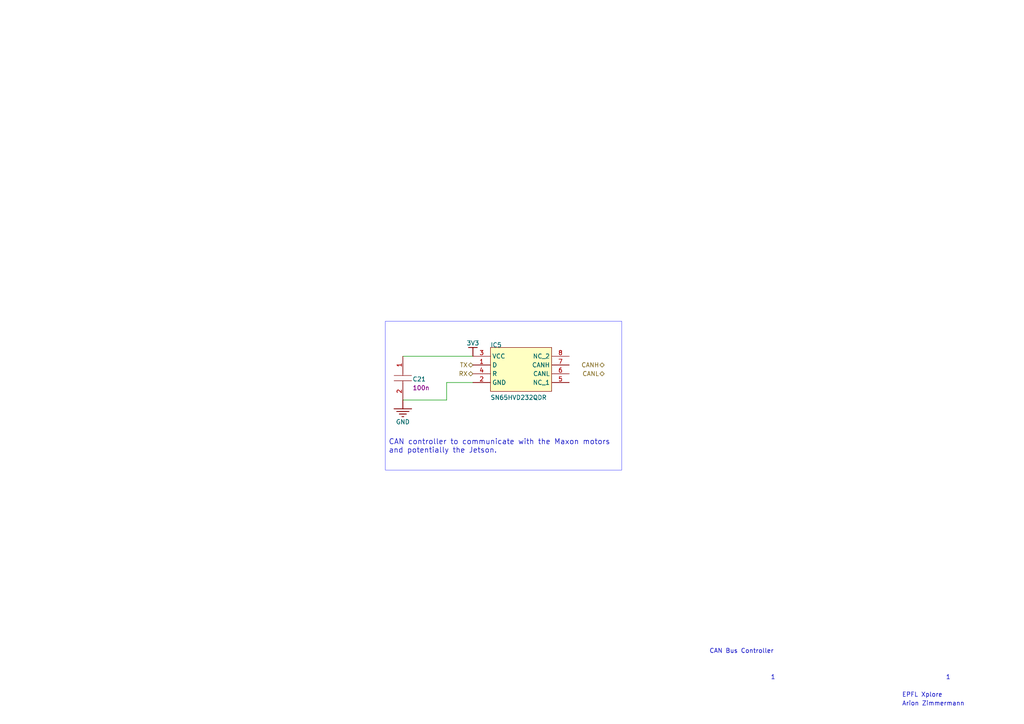
<source format=kicad_sch>
(kicad_sch (version 20250114) (generator "eeschema") (generator_version "9.0")
  (paper "A4")
  (lib_symbols
    (symbol "PolluxIII-altium-import:3V3_BAR" (power)
      (property "Value" "3V3" (at 0 -3.81 0))
      (symbol "3V3_BAR_0_0"
        (polyline (pts (xy -1.27 -2.54) (xy 1.27 -2.54)) (stroke (width 0.254)))
        (polyline (pts (xy 0 0) (xy 0 -2.54)) (stroke (width 0.254)))
        (pin power_in line (at 0 0 0) (length 0) (hide yes) (name "3V3") (number ""))
      )
    )
    (symbol "PolluxIII-altium-import:CAN_0_SN65HVD232QDR_SamacSys.SchLib"
      (symbol "CAN_0_SN65HVD232QDR_SamacSys.SchLib_1_0"
        (rectangle (start 22.86 2.54) (end 5.08 -10.16) (stroke (width 0) (color 128 0 0 1)) (fill (type background)))
        (pin passive line (at 0 0 0) (length 5.08) (name "VCC") (number "3"))
        (pin passive line (at 0 -2.54 0) (length 5.08) (name "D") (number "1"))
        (pin passive line (at 0 -5.08 0) (length 5.08) (name "R") (number "4"))
        (pin passive line (at 0 -7.62 0) (length 5.08) (name "GND") (number "2"))
        (pin passive line (at 27.94 0 180) (length 5.08) (name "NC_2") (number "8"))
        (pin passive line (at 27.94 -2.54 180) (length 5.08) (name "CANH") (number "7"))
        (pin passive line (at 27.94 -5.08 180) (length 5.08) (name "CANL") (number "6"))
        (pin passive line (at 27.94 -7.62 180) (length 5.08) (name "NC_1") (number "5"))
      )
    )
    (symbol "PolluxIII-altium-import:CAN_3_C0603C104K5RACTU_CarrierBoard.SCHLIB" (pin_names (hide yes))
      (symbol "CAN_3_C0603C104K5RACTU_CarrierBoard.SCHLIB_1_0"
        (polyline (pts (xy 0 -5.08) (xy 0 -5.588)))
        (polyline (pts (xy 0 -7.112) (xy 0 -7.62)))
        (polyline (pts (xy 2.54 -5.588) (xy -2.54 -5.588)))
        (polyline (pts (xy 2.54 -7.112) (xy -2.54 -7.112)))
        (pin passive line (at 0 0 270) (length 5.08) (name "1") (number "1"))
        (pin passive line (at 0 -12.7 90) (length 5.08) (name "2") (number "2"))
      )
    )
    (symbol "PolluxIII-altium-import:GND_POWER_GROUND" (power)
      (property "Value" "GND" (at 0 -6.35 0))
      (symbol "GND_POWER_GROUND_0_0"
        (polyline (pts (xy -2.54 -2.54) (xy 2.54 -2.54)) (stroke (width 0.254)))
        (polyline (pts (xy -1.778 -3.302) (xy 1.778 -3.302)) (stroke (width 0.254)))
        (polyline (pts (xy -1.016 -4.064) (xy 1.016 -4.064)) (stroke (width 0.254)))
        (polyline (pts (xy -0.254 -4.826) (xy 0.254 -4.826)) (stroke (width 0.254)))
        (polyline (pts (xy 0 0) (xy 0 -2.54)) (stroke (width 0.254)))
        (pin power_in line (at 0 0 0) (length 0) (hide yes) (name "GND") (number ""))
      )
    )
  )
  (rectangle (start 180.34 93.1672) (end 111.76 136.3472) (stroke (width 0.0254) (color 0 0 255 1)))
  (text "CAN Bus Controller" (at 205.74 189.6872 0) (effects (font (size 1.27 1.27)) (justify left bottom)))
  (text "1" (at 274.32 197.3072 0) (effects (font (size 1.27 1.27)) (justify left bottom)))
  (text "1" (at 223.52 197.3072 0) (effects (font (size 1.27 1.27)) (justify left bottom)))
  (text "Arion Zimmermann" (at 261.62 204.9272 0) (effects (font (size 1.27 1.27)) (justify left bottom)))
  (text "EPFL Xplore" (at 261.62 202.3872 0) (effects (font (size 1.27 1.27)) (justify left bottom)))
  (text_box "CAN controller to communicate with the Maxon motors and potentially the Jetson." (at 180.34 126.1872 0) (size -68.58 10.16) (margins 0.9525 0.9525 0.9525 0.9525) (stroke (width -0.0001) (color 0 0 0 1)) (effects (font (size 1.524 1.524)) (justify left top)))
  (wire (pts (xy 129.54 110.9472) (xy 137.16 110.9472)))
  (wire (pts (xy 116.84 116.0272) (xy 129.54 116.0272)))
  (wire (pts (xy 137.16 103.3272) (xy 116.84 103.3272)))
  (wire (pts (xy 129.54 116.0272) (xy 129.54 110.9472)))
  (hierarchical_label "CANL" (shape bidirectional) (at 175.26 108.4072 180))
  (hierarchical_label "TX" (shape bidirectional) (at 137.16 105.8672 180))
  (hierarchical_label "RX" (shape bidirectional) (at 137.16 108.4072 180))
  (hierarchical_label "CANH" (shape bidirectional) (at 175.26 105.8672 180))
  (symbol (lib_id "PolluxIII-altium-import:CAN_3_C0603C104K5RACTU_CarrierBoard.SCHLIB") (at 116.84 103.3272 0) (unit 0)
    (property "Reference" "C21" (at 119.634 110.6932 0) (effects (justify left bottom)))
    (property "Value" "C0603C104K5RACTU" (effects (hide yes)))
    (property "Footprint" "C__Users_Arion_Documents_AltiumLL_SamacSys.PcbLib:CAPC1608X95N" (effects (hide yes)))
    (property "Description" "Capacitor" (effects (hide yes)))
    (property "DATASHEET LINK" "http://www.farnell.com/datasheets/2205446.pdf" (effects (hide yes)))
    (property "HEIGHT" "0.95mm" (effects (hide yes)))
    (property "MANUFACTURER_NAME" "Kemet" (effects (hide yes)))
    (property "MANUFACTURER_PART_NUMBER" "C0603C104K5RACTU" (effects (hide yes)))
    (property "MOUSER PART NUMBER" "80-C0603C104K5R" (effects (hide yes)))
    (property "MOUSER PRICE/STOCK" "https://www.mouser.co.uk/ProductDetail/KEMET/C0603C104K5RACTU?qs=l5k%252BbMnNDkkVcnZPSAaaiQ%3D%3D" (effects (hide yes)))
    (property "ARROW PART NUMBER" "C0603C104K5RACTU" (effects (hide yes)))
    (property "ARROW PRICE/STOCK" "https://www.arrow.com/en/products/c0603c104k5ractu/kemet-corporation" (effects (hide yes)))
    (property "ALTIUM_VALUE" "100n" (at 119.634 113.2332 0) (effects (justify left bottom)))
    (property "SUPPLIER 1" "Mouser" (effects (hide yes)))
    (property "SUPPLIER PART NUMBER 1" "80-C0603C104K5R" (effects (hide yes)))
  )
  (symbol (lib_id "PolluxIII-altium-import:GND_POWER_GROUND") (at 116.84 116.0272 0) (unit 1)
    (property "Reference" "#PWR?" (effects (hide yes)))
    (property "Value" "GND" (at 116.84 122.3772 0))
  )
  (symbol (lib_id "PolluxIII-altium-import:CAN_0_SN65HVD232QDR_SamacSys.SchLib") (at 137.16 103.3272 0) (unit 0)
    (property "Reference" "IC5" (at 142.24 100.7872 0) (effects (justify left bottom)))
    (property "Value" "SN65HVD232QDR" (at 142.24 116.0272 0) (effects (justify left bottom)))
    (property "Footprint" "C__Users_Arion_Documents_AltiumLL_SamacSys.PcbLib:SOIC127P600X175-8N" (effects (hide yes)))
    (property "Description" "Integrated Circuit" (effects (hide yes)))
    (property "DATASHEET LINK" "http://www.ti.com/lit/gpn/SN65HVD232Q" (effects (hide yes)))
    (property "HEIGHT" "1.75mm" (effects (hide yes)))
    (property "MANUFACTURER_NAME" "Texas Instruments" (effects (hide yes)))
    (property "MANUFACTURER_PART_NUMBER" "SN65HVD232QDR" (effects (hide yes)))
    (property "MOUSER PART NUMBER" "595-SN65HVD232QDR" (effects (hide yes)))
    (property "MOUSER PRICE/STOCK" "https://www.mouser.co.uk/ProductDetail/Texas-Instruments/SN65HVD232QDR?qs=QViXGNcIEAuDpfsGPShang%3D%3D" (effects (hide yes)))
    (property "ARROW PART NUMBER" "SN65HVD232QDR" (effects (hide yes)))
    (property "ARROW PRICE/STOCK" "https://www.arrow.com/en/products/sn65hvd232qdr/texas-instruments?region=nac" (effects (hide yes)))
  )
  (symbol (lib_id "PolluxIII-altium-import:3V3_BAR") (at 137.16 103.3272 180) (unit 1)
    (property "Reference" "#PWR?" (effects (hide yes)))
    (property "Value" "3V3" (at 137.16 99.5172 0))
  )
)
</source>
